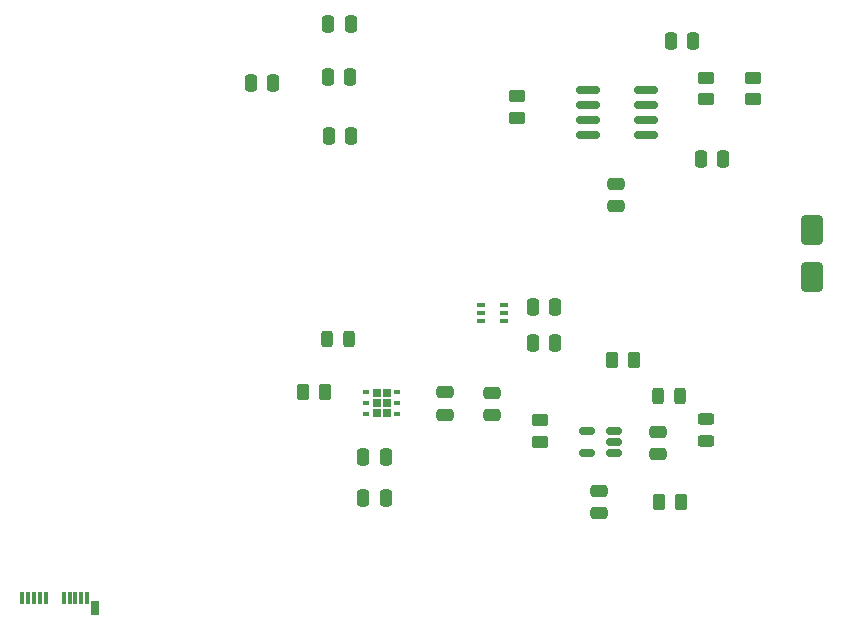
<source format=gbr>
%TF.GenerationSoftware,KiCad,Pcbnew,8.0.8*%
%TF.CreationDate,2025-01-27T11:39:49+01:00*%
%TF.ProjectId,PGE_PCB,5047455f-5043-4422-9e6b-696361645f70,rev?*%
%TF.SameCoordinates,Original*%
%TF.FileFunction,Paste,Bot*%
%TF.FilePolarity,Positive*%
%FSLAX46Y46*%
G04 Gerber Fmt 4.6, Leading zero omitted, Abs format (unit mm)*
G04 Created by KiCad (PCBNEW 8.0.8) date 2025-01-27 11:39:49*
%MOMM*%
%LPD*%
G01*
G04 APERTURE LIST*
G04 Aperture macros list*
%AMRoundRect*
0 Rectangle with rounded corners*
0 $1 Rounding radius*
0 $2 $3 $4 $5 $6 $7 $8 $9 X,Y pos of 4 corners*
0 Add a 4 corners polygon primitive as box body*
4,1,4,$2,$3,$4,$5,$6,$7,$8,$9,$2,$3,0*
0 Add four circle primitives for the rounded corners*
1,1,$1+$1,$2,$3*
1,1,$1+$1,$4,$5*
1,1,$1+$1,$6,$7*
1,1,$1+$1,$8,$9*
0 Add four rect primitives between the rounded corners*
20,1,$1+$1,$2,$3,$4,$5,0*
20,1,$1+$1,$4,$5,$6,$7,0*
20,1,$1+$1,$6,$7,$8,$9,0*
20,1,$1+$1,$8,$9,$2,$3,0*%
G04 Aperture macros list end*
%ADD10R,0.380000X1.000000*%
%ADD11R,0.700000X1.150000*%
%ADD12RoundRect,0.243750X-0.243750X-0.456250X0.243750X-0.456250X0.243750X0.456250X-0.243750X0.456250X0*%
%ADD13RoundRect,0.250000X0.250000X0.475000X-0.250000X0.475000X-0.250000X-0.475000X0.250000X-0.475000X0*%
%ADD14RoundRect,0.250000X0.262500X0.450000X-0.262500X0.450000X-0.262500X-0.450000X0.262500X-0.450000X0*%
%ADD15RoundRect,0.250000X0.650000X-1.000000X0.650000X1.000000X-0.650000X1.000000X-0.650000X-1.000000X0*%
%ADD16RoundRect,0.150000X0.512500X0.150000X-0.512500X0.150000X-0.512500X-0.150000X0.512500X-0.150000X0*%
%ADD17RoundRect,0.250000X-0.250000X-0.475000X0.250000X-0.475000X0.250000X0.475000X-0.250000X0.475000X0*%
%ADD18RoundRect,0.100000X0.225000X0.100000X-0.225000X0.100000X-0.225000X-0.100000X0.225000X-0.100000X0*%
%ADD19RoundRect,0.250000X0.475000X-0.250000X0.475000X0.250000X-0.475000X0.250000X-0.475000X-0.250000X0*%
%ADD20RoundRect,0.250000X-0.475000X0.250000X-0.475000X-0.250000X0.475000X-0.250000X0.475000X0.250000X0*%
%ADD21RoundRect,0.243750X0.243750X0.456250X-0.243750X0.456250X-0.243750X-0.456250X0.243750X-0.456250X0*%
%ADD22RoundRect,0.250000X0.450000X-0.262500X0.450000X0.262500X-0.450000X0.262500X-0.450000X-0.262500X0*%
%ADD23RoundRect,0.250000X-0.262500X-0.450000X0.262500X-0.450000X0.262500X0.450000X-0.262500X0.450000X0*%
%ADD24RoundRect,0.250000X-0.450000X0.262500X-0.450000X-0.262500X0.450000X-0.262500X0.450000X0.262500X0*%
%ADD25RoundRect,0.243750X-0.456250X0.243750X-0.456250X-0.243750X0.456250X-0.243750X0.456250X0.243750X0*%
%ADD26RoundRect,0.150000X0.825000X0.150000X-0.825000X0.150000X-0.825000X-0.150000X0.825000X-0.150000X0*%
%ADD27R,0.660000X0.730000*%
%ADD28R,0.630000X0.450000*%
G04 APERTURE END LIST*
D10*
%TO.C,P1*%
X101650000Y-119160000D03*
X101150000Y-119160000D03*
X100650000Y-119160000D03*
X100150000Y-119160000D03*
X99650000Y-119160000D03*
X98150000Y-119160000D03*
X97650000Y-119160000D03*
X97150000Y-119160000D03*
X96650000Y-119160000D03*
X96150000Y-119160000D03*
D11*
X102320000Y-120000000D03*
%TD*%
D12*
%TO.C,LED_START2*%
X150000000Y-102000000D03*
X151875000Y-102000000D03*
%TD*%
D13*
%TO.C,C9*%
X141250000Y-94505000D03*
X139350000Y-94505000D03*
%TD*%
D14*
%TO.C,R3*%
X151912500Y-111000000D03*
X150087500Y-111000000D03*
%TD*%
%TO.C,R5*%
X121740000Y-101684000D03*
X119915000Y-101684000D03*
%TD*%
D15*
%TO.C,D1*%
X163000000Y-92000000D03*
X163000000Y-88000000D03*
%TD*%
D16*
%TO.C,U2*%
X146275000Y-105000000D03*
X146275000Y-105950000D03*
X146275000Y-106900000D03*
X144000000Y-106900000D03*
X144000000Y-105000000D03*
%TD*%
D17*
%TO.C,C7*%
X125015000Y-107184000D03*
X126915000Y-107184000D03*
%TD*%
D18*
%TO.C,U5*%
X136900000Y-94350000D03*
X136900000Y-95000000D03*
X136900000Y-95650000D03*
X135000000Y-95650000D03*
X135000000Y-95000000D03*
X135000000Y-94350000D03*
%TD*%
D19*
%TO.C,C23*%
X146450000Y-85950000D03*
X146450000Y-84050000D03*
%TD*%
D20*
%TO.C,C5*%
X131915000Y-101734000D03*
X131915000Y-103634000D03*
%TD*%
D19*
%TO.C,C4*%
X145000000Y-111950000D03*
X145000000Y-110050000D03*
%TD*%
D13*
%TO.C,C15*%
X123900000Y-75000000D03*
X122000000Y-75000000D03*
%TD*%
D21*
%TO.C,D2*%
X123790000Y-97184000D03*
X121915000Y-97184000D03*
%TD*%
D13*
%TO.C,C24*%
X152950000Y-72000000D03*
X151050000Y-72000000D03*
%TD*%
D22*
%TO.C,R6*%
X140000000Y-105912500D03*
X140000000Y-104087500D03*
%TD*%
D17*
%TO.C,C22*%
X153600000Y-82000000D03*
X155500000Y-82000000D03*
%TD*%
D13*
%TO.C,C10*%
X141250000Y-97515000D03*
X139350000Y-97515000D03*
%TD*%
%TO.C,C17*%
X117410000Y-75500000D03*
X115510000Y-75500000D03*
%TD*%
D22*
%TO.C,R15*%
X138000000Y-78500000D03*
X138000000Y-76675000D03*
%TD*%
%TO.C,R14*%
X158000000Y-76912500D03*
X158000000Y-75087500D03*
%TD*%
D23*
%TO.C,R4*%
X146087500Y-99000000D03*
X147912500Y-99000000D03*
%TD*%
D24*
%TO.C,R13*%
X154000000Y-75087500D03*
X154000000Y-76912500D03*
%TD*%
D13*
%TO.C,C16*%
X124000000Y-80000000D03*
X122100000Y-80000000D03*
%TD*%
%TO.C,C14*%
X123950000Y-70500000D03*
X122050000Y-70500000D03*
%TD*%
D20*
%TO.C,C3*%
X150000000Y-105050000D03*
X150000000Y-106950000D03*
%TD*%
D25*
%TO.C,LED_FULL2*%
X154000000Y-104000000D03*
X154000000Y-105875000D03*
%TD*%
D20*
%TO.C,C6*%
X135915000Y-101784000D03*
X135915000Y-103684000D03*
%TD*%
D26*
%TO.C,U3*%
X148975000Y-76095000D03*
X148975000Y-77365000D03*
X148975000Y-78635000D03*
X148975000Y-79905000D03*
X144025000Y-79905000D03*
X144025000Y-78635000D03*
X144025000Y-77365000D03*
X144025000Y-76095000D03*
%TD*%
D17*
%TO.C,C8*%
X125015000Y-110684000D03*
X126915000Y-110684000D03*
%TD*%
D27*
%TO.C,U4*%
X127000000Y-103500000D03*
X127000000Y-102634000D03*
X127000000Y-101768000D03*
X126150000Y-103500000D03*
X126150000Y-102634000D03*
X126150000Y-101768000D03*
D28*
X127915000Y-101684000D03*
X127915000Y-102634000D03*
X127915000Y-103584000D03*
X125235000Y-103584000D03*
X125235000Y-102634000D03*
X125235000Y-101684000D03*
%TD*%
M02*

</source>
